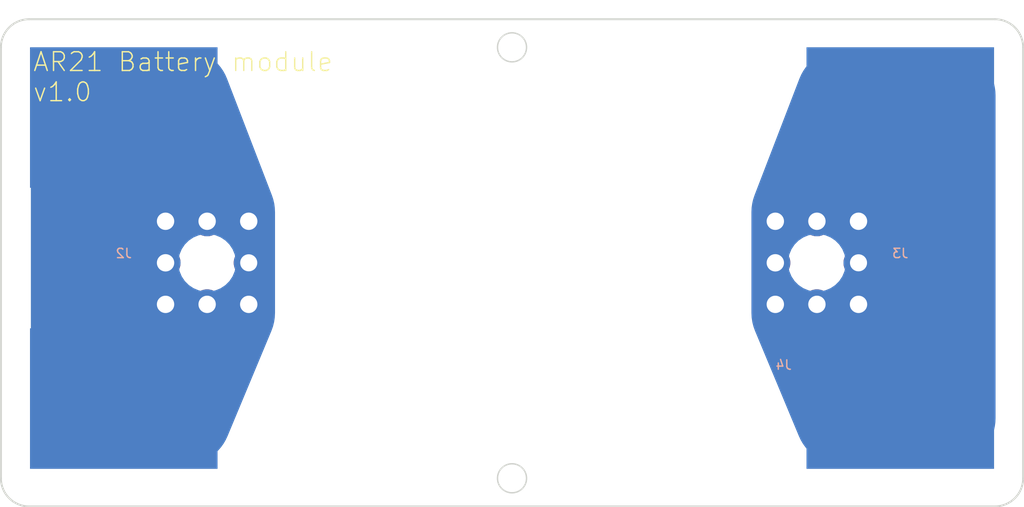
<source format=kicad_pcb>
(kicad_pcb (version 20171130) (host pcbnew "(5.1.6)-1")

  (general
    (thickness 1.6)
    (drawings 25)
    (tracks 0)
    (zones 0)
    (modules 4)
    (nets 3)
  )

  (page A4)
  (layers
    (0 F.Cu signal)
    (31 B.Cu signal)
    (32 B.Adhes user)
    (33 F.Adhes user)
    (34 B.Paste user)
    (35 F.Paste user)
    (36 B.SilkS user)
    (37 F.SilkS user)
    (38 B.Mask user)
    (39 F.Mask user)
    (40 Dwgs.User user)
    (41 Cmts.User user)
    (42 Eco1.User user)
    (43 Eco2.User user)
    (44 Edge.Cuts user)
    (45 Margin user)
    (46 B.CrtYd user)
    (47 F.CrtYd user)
    (48 B.Fab user)
    (49 F.Fab user)
  )

  (setup
    (last_trace_width 1.27)
    (user_trace_width 1.27)
    (trace_clearance 0.2)
    (zone_clearance 0.508)
    (zone_45_only no)
    (trace_min 0.2)
    (via_size 0.8)
    (via_drill 0.4)
    (via_min_size 0.4)
    (via_min_drill 0.3)
    (uvia_size 0.3)
    (uvia_drill 0.1)
    (uvias_allowed no)
    (uvia_min_size 0.2)
    (uvia_min_drill 0.1)
    (edge_width 0.05)
    (segment_width 0.2)
    (pcb_text_width 0.3)
    (pcb_text_size 1.5 1.5)
    (mod_edge_width 0.12)
    (mod_text_size 1 1)
    (mod_text_width 0.15)
    (pad_size 1.524 1.524)
    (pad_drill 0.762)
    (pad_to_mask_clearance 0.05)
    (aux_axis_origin 0 0)
    (grid_origin 172.974 102.108)
    (visible_elements FFFFFF7F)
    (pcbplotparams
      (layerselection 0x010fc_ffffffff)
      (usegerberextensions false)
      (usegerberattributes true)
      (usegerberadvancedattributes true)
      (creategerberjobfile true)
      (excludeedgelayer true)
      (linewidth 0.100000)
      (plotframeref false)
      (viasonmask false)
      (mode 1)
      (useauxorigin false)
      (hpglpennumber 1)
      (hpglpenspeed 20)
      (hpglpendiameter 15.000000)
      (psnegative false)
      (psa4output false)
      (plotreference true)
      (plotvalue true)
      (plotinvisibletext false)
      (padsonsilk false)
      (subtractmaskfromsilk false)
      (outputformat 1)
      (mirror false)
      (drillshape 1)
      (scaleselection 1)
      (outputdirectory ""))
  )

  (net 0 "")
  (net 1 Positive)
  (net 2 Negative)

  (net_class Default "This is the default net class."
    (clearance 0.2)
    (trace_width 0.25)
    (via_dia 0.8)
    (via_drill 0.4)
    (uvia_dia 0.3)
    (uvia_drill 0.1)
    (add_net Negative)
    (add_net Positive)
  )

  (module AR21_Battery_lib:Flat (layer B.Cu) (tedit 5FD6695A) (tstamp 5FD64936)
    (at 99.06 101.6)
    (path /5FD696A0)
    (fp_text reference J2 (at 0 -0.5) (layer B.SilkS)
      (effects (font (size 1 1) (thickness 0.15)) (justify mirror))
    )
    (fp_text value Conn_01x01_Male (at 0 0.5) (layer B.Fab)
      (effects (font (size 1 1) (thickness 0.15)) (justify mirror))
    )
    (pad 1 smd rect (at 0 -15 180) (size 20 15) (layers B.Cu B.Paste B.Mask)
      (net 1 Positive))
    (pad 1 smd rect (at 0 15) (size 20 15) (layers B.Cu B.Paste B.Mask)
      (net 1 Positive))
  )

  (module AR21_Battery_lib:Wurth_74655095R_Screw_Post (layer F.Cu) (tedit 5E323499) (tstamp 5FD65D80)
    (at 103.515 106.543)
    (path /5FD645C9)
    (fp_text reference J1 (at 0.889 6.469) (layer F.Fab)
      (effects (font (size 1 1) (thickness 0.15)))
    )
    (fp_text value Conn_01x01_Female (at 0.889 5.469) (layer F.Fab)
      (effects (font (size 1 1) (thickness 0.15)))
    )
    (fp_line (start 9.435 -9.435) (end -0.565 -9.435) (layer F.CrtYd) (width 0.02))
    (fp_line (start 9.435 -9.435) (end 9.435 0.565) (layer F.CrtYd) (width 0.02))
    (fp_line (start 9.435 0.565) (end -0.565 0.565) (layer F.CrtYd) (width 0.02))
    (fp_line (start -0.565 -9.435) (end -0.565 0.565) (layer F.CrtYd) (width 0.02))
    (pad 1 thru_hole circle (at 0 -8.87) (size 3.2 3.2) (drill 1.85) (layers *.Cu *.Mask)
      (net 1 Positive))
    (pad 1 thru_hole circle (at 4.435 -8.87) (size 3.2 3.2) (drill 1.85) (layers *.Cu *.Mask)
      (net 1 Positive))
    (pad 1 thru_hole circle (at 8.87 -8.87) (size 3.2 3.2) (drill 1.85) (layers *.Cu *.Mask)
      (net 1 Positive))
    (pad 1 thru_hole circle (at 0 -4.435) (size 3.2 3.2) (drill 1.85) (layers *.Cu *.Mask)
      (net 1 Positive))
    (pad "" np_thru_hole circle (at 4.435 -4.435) (size 5.1 5.1) (drill 5.1) (layers *.Cu *.Mask))
    (pad 1 thru_hole circle (at 8.87 -4.435) (size 3.2 3.2) (drill 1.82) (layers *.Cu *.Mask)
      (net 1 Positive))
    (pad 1 thru_hole circle (at 0 0) (size 3.2 3.2) (drill 1.85) (layers *.Cu *.Mask)
      (net 1 Positive))
    (pad 1 thru_hole circle (at 4.435 0) (size 3.2 3.2) (drill 1.85) (layers *.Cu *.Mask)
      (net 1 Positive))
    (pad 1 thru_hole circle (at 8.87 0) (size 3.2 3.2) (drill 1.85) (layers *.Cu *.Mask)
      (net 1 Positive))
    (model "${KIPRJMOD}/3d_objects/Wurth Studd m5.STEP"
      (offset (xyz -0.6 -0.6 4))
      (scale (xyz 1 1 1))
      (rotate (xyz -90 0 0))
    )
  )

  (module AR21_Battery_lib:Flat (layer B.Cu) (tedit 5FD6695A) (tstamp 5FD6612D)
    (at 181.864 101.6)
    (path /5FD6A8C0)
    (fp_text reference J3 (at 0 -0.5) (layer B.SilkS)
      (effects (font (size 1 1) (thickness 0.15)) (justify mirror))
    )
    (fp_text value Conn_01x01_Male (at -7.220601 -26.696199) (layer B.Fab)
      (effects (font (size 1 1) (thickness 0.15)) (justify mirror))
    )
    (pad 1 smd rect (at 0 -15 180) (size 20 15) (layers B.Cu B.Paste B.Mask)
      (net 2 Negative))
    (pad 1 smd rect (at 0 15) (size 20 15) (layers B.Cu B.Paste B.Mask)
      (net 2 Negative))
  )

  (module AR21_Battery_lib:Wurth_74655095R_Screw_Post (layer F.Cu) (tedit 5E323499) (tstamp 5FD65EBC)
    (at 168.539 106.543)
    (path /5FD6774A)
    (fp_text reference J4 (at 0.889 6.469) (layer B.SilkS)
      (effects (font (size 1 1) (thickness 0.15)) (justify mirror))
    )
    (fp_text value Conn_01x01_Female (at 0.889 5.469) (layer F.Fab)
      (effects (font (size 1 1) (thickness 0.15)))
    )
    (fp_line (start -0.565 -9.435) (end -0.565 0.565) (layer F.CrtYd) (width 0.02))
    (fp_line (start 9.435 0.565) (end -0.565 0.565) (layer F.CrtYd) (width 0.02))
    (fp_line (start 9.435 -9.435) (end 9.435 0.565) (layer F.CrtYd) (width 0.02))
    (fp_line (start 9.435 -9.435) (end -0.565 -9.435) (layer F.CrtYd) (width 0.02))
    (pad 1 thru_hole circle (at 8.87 0) (size 3.2 3.2) (drill 1.85) (layers *.Cu *.Mask)
      (net 2 Negative))
    (pad 1 thru_hole circle (at 4.435 0) (size 3.2 3.2) (drill 1.85) (layers *.Cu *.Mask)
      (net 2 Negative))
    (pad 1 thru_hole circle (at 0 0) (size 3.2 3.2) (drill 1.85) (layers *.Cu *.Mask)
      (net 2 Negative))
    (pad 1 thru_hole circle (at 8.87 -4.435) (size 3.2 3.2) (drill 1.82) (layers *.Cu *.Mask)
      (net 2 Negative))
    (pad "" np_thru_hole circle (at 4.435 -4.435) (size 5.1 5.1) (drill 5.1) (layers *.Cu *.Mask))
    (pad 1 thru_hole circle (at 0 -4.435) (size 3.2 3.2) (drill 1.85) (layers *.Cu *.Mask)
      (net 2 Negative))
    (pad 1 thru_hole circle (at 8.87 -8.87) (size 3.2 3.2) (drill 1.85) (layers *.Cu *.Mask)
      (net 2 Negative))
    (pad 1 thru_hole circle (at 4.435 -8.87) (size 3.2 3.2) (drill 1.85) (layers *.Cu *.Mask)
      (net 2 Negative))
    (pad 1 thru_hole circle (at 0 -8.87) (size 3.2 3.2) (drill 1.85) (layers *.Cu *.Mask)
      (net 2 Negative))
    (model "${KIPRJMOD}/3d_objects/Wurth Studd m5.STEP"
      (offset (xyz -0.6 -0.6 4))
      (scale (xyz 1 1 1))
      (rotate (xyz -90 0 0))
    )
  )

  (gr_text "AR21 Battery module\nv1.0" (at 89.281 82.2706) (layer F.SilkS)
    (effects (font (size 2 2) (thickness 0.15)) (justify left))
  )
  (gr_circle (center 140.462 79.108) (end 142.012 79.108) (layer Edge.Cuts) (width 0.15) (tstamp 5FD66F66))
  (gr_circle (center 140.462 125.108) (end 142.012 125.108) (layer Edge.Cuts) (width 0.15) (tstamp 5FD66F62))
  (gr_poly (pts (xy 115.189 95.758) (xy 115.189 108.458) (xy 108.204 124.333) (xy 89.154 124.333) (xy 89.154 79.248) (xy 108.839 79.248)) (layer B.Mask) (width 0.1))
  (gr_poly (pts (xy 192.024 123.698) (xy 172.339 123.698) (xy 165.989 108.458) (xy 165.989 95.758) (xy 172.339 79.248) (xy 192.024 79.248)) (layer B.Mask) (width 0.1))
  (gr_line (start 177.962 97.108) (end 167.962 107.108) (layer Dwgs.User) (width 0.15) (tstamp 5FD65E3F))
  (gr_line (start 167.962 97.108) (end 177.962 107.108) (layer Dwgs.User) (width 0.15) (tstamp 5FD65E99))
  (gr_line (start 112.962 97.108) (end 102.962 107.108) (layer Dwgs.User) (width 0.15) (tstamp 5FD65E1B))
  (gr_line (start 102.962 97.108) (end 112.962 107.108) (layer Dwgs.User) (width 0.15) (tstamp 5FD65E1A))
  (gr_arc (start 88.962 125.108) (end 85.962 125.108) (angle -90) (layer Edge.Cuts) (width 0.2))
  (gr_arc (start 191.962 125.108) (end 191.962 128.108) (angle -90) (layer Edge.Cuts) (width 0.2))
  (gr_arc (start 191.962 79.108) (end 194.962 79.108) (angle -90) (layer Edge.Cuts) (width 0.2))
  (gr_arc (start 88.962 79.108) (end 88.962 76.108) (angle -90) (layer Edge.Cuts) (width 0.2))
  (gr_line (start 191.962 128.108) (end 88.962 128.108) (layer Edge.Cuts) (width 0.2))
  (gr_line (start 194.962 79.108) (end 194.962 125.108) (layer Edge.Cuts) (width 0.2))
  (gr_line (start 88.962 76.108) (end 191.962 76.108) (layer Edge.Cuts) (width 0.2))
  (gr_line (start 85.962 125.108) (end 85.962 79.108) (layer Edge.Cuts) (width 0.2))
  (gr_line (start 102.962 97.108) (end 112.962 97.108) (layer Dwgs.User) (width 0.2))
  (gr_line (start 112.962 97.108) (end 112.962 107.108) (layer Dwgs.User) (width 0.2))
  (gr_line (start 112.962 107.108) (end 102.962 107.108) (layer Dwgs.User) (width 0.2))
  (gr_line (start 102.962 107.108) (end 102.962 97.108) (layer Dwgs.User) (width 0.2))
  (gr_line (start 167.962 97.108) (end 177.962 97.108) (layer Dwgs.User) (width 0.2))
  (gr_line (start 177.962 97.108) (end 177.962 107.108) (layer Dwgs.User) (width 0.2))
  (gr_line (start 177.962 107.108) (end 167.962 107.108) (layer Dwgs.User) (width 0.2))
  (gr_line (start 167.962 107.108) (end 167.962 97.108) (layer Dwgs.User) (width 0.2))

  (zone (net 1) (net_name Positive) (layer B.Cu) (tstamp 5FD67211) (hatch edge 0.508)
    (connect_pads yes (clearance 0.508))
    (min_thickness 0.254)
    (fill yes (arc_segments 32) (thermal_gap 0.508) (thermal_bridge_width 0.508) (smoothing fillet) (radius 5))
    (polygon
      (pts
        (xy 115.189 95.758) (xy 115.189 108.458) (xy 108.839 123.698) (xy 89.154 123.698) (xy 89.154 79.248)
        (xy 108.839 79.248)
      )
    )
    (filled_polygon
      (pts
        (xy 105.855524 79.396007) (xy 106.302177 79.45844) (xy 106.741149 79.561901) (xy 107.168675 79.705504) (xy 107.581089 79.888017)
        (xy 107.974876 80.107884) (xy 108.346638 80.36321) (xy 108.693202 80.651814) (xy 109.011604 80.971226) (xy 109.299104 81.318702)
        (xy 109.553253 81.691276) (xy 109.771865 82.085748) (xy 109.954253 82.501438) (xy 114.736145 94.934357) (xy 114.878265 95.361391)
        (xy 114.979979 95.796814) (xy 115.041352 96.239722) (xy 115.062 96.689297) (xy 115.062 107.454873) (xy 115.038132 107.938153)
        (xy 114.967218 108.41364) (xy 114.849796 108.879828) (xy 114.685946 109.33513) (xy 110.004922 120.569586) (xy 109.815997 120.970864)
        (xy 109.593048 121.350956) (xy 109.336665 121.709365) (xy 109.048962 122.043134) (xy 108.732282 122.34955) (xy 108.389208 122.62611)
        (xy 108.02256 122.870543) (xy 107.635331 123.080852) (xy 107.23067 123.255327) (xy 106.811924 123.392525) (xy 106.382489 123.491333)
        (xy 105.94587 123.550946) (xy 105.502797 123.571) (xy 94.156769 123.571) (xy 93.729308 123.552336) (xy 93.307832 123.496849)
        (xy 92.892802 123.404838) (xy 92.48738 123.277009) (xy 92.094625 123.114325) (xy 91.717566 122.91804) (xy 91.359032 122.689629)
        (xy 91.02177 122.430839) (xy 90.708354 122.143646) (xy 90.421161 121.83023) (xy 90.162371 121.492968) (xy 89.93396 121.134434)
        (xy 89.737675 120.757375) (xy 89.574991 120.36462) (xy 89.447162 119.959198) (xy 89.355151 119.544168) (xy 89.299664 119.122692)
        (xy 89.281 118.695231) (xy 89.281 101.794305) (xy 104.765 101.794305) (xy 104.765 102.421695) (xy 104.887398 103.03703)
        (xy 105.127489 103.616663) (xy 105.476049 104.138319) (xy 105.919681 104.581951) (xy 106.441337 104.930511) (xy 107.02097 105.170602)
        (xy 107.636305 105.293) (xy 108.263695 105.293) (xy 108.87903 105.170602) (xy 109.458663 104.930511) (xy 109.980319 104.581951)
        (xy 110.423951 104.138319) (xy 110.772511 103.616663) (xy 111.012602 103.03703) (xy 111.135 102.421695) (xy 111.135 101.794305)
        (xy 111.012602 101.17897) (xy 110.772511 100.599337) (xy 110.423951 100.077681) (xy 109.980319 99.634049) (xy 109.458663 99.285489)
        (xy 108.87903 99.045398) (xy 108.263695 98.923) (xy 107.636305 98.923) (xy 107.02097 99.045398) (xy 106.441337 99.285489)
        (xy 105.919681 99.634049) (xy 105.476049 100.077681) (xy 105.127489 100.599337) (xy 104.887398 101.17897) (xy 104.765 101.794305)
        (xy 89.281 101.794305) (xy 89.281 84.250769) (xy 89.299664 83.823308) (xy 89.355151 83.401832) (xy 89.447162 82.986802)
        (xy 89.574991 82.58138) (xy 89.737675 82.188625) (xy 89.93396 81.811566) (xy 90.162371 81.453032) (xy 90.421161 81.11577)
        (xy 90.708354 80.802354) (xy 91.02177 80.515161) (xy 91.359032 80.256371) (xy 91.717566 80.02796) (xy 92.094625 79.831675)
        (xy 92.48738 79.668991) (xy 92.892802 79.541162) (xy 93.307832 79.449151) (xy 93.729308 79.393664) (xy 94.156769 79.375)
        (xy 105.402064 79.375)
      )
    )
  )
  (zone (net 2) (net_name Negative) (layer B.Cu) (tstamp 5FD6720E) (hatch edge 0.508)
    (connect_pads yes (clearance 0.508))
    (min_thickness 0.254)
    (fill yes (arc_segments 32) (thermal_gap 0.508) (thermal_bridge_width 0.508) (smoothing fillet) (radius 5))
    (polygon
      (pts
        (xy 192.024 123.698) (xy 172.339 123.698) (xy 165.989 108.458) (xy 165.989 95.758) (xy 172.339 79.248)
        (xy 192.024 79.248)
      )
    )
    (filled_polygon
      (pts
        (xy 187.448692 79.393664) (xy 187.870168 79.449151) (xy 188.285198 79.541162) (xy 188.69062 79.668991) (xy 189.083375 79.831675)
        (xy 189.460434 80.02796) (xy 189.818968 80.256371) (xy 190.15623 80.515161) (xy 190.469646 80.802354) (xy 190.756839 81.11577)
        (xy 191.015629 81.453032) (xy 191.24404 81.811566) (xy 191.440325 82.188625) (xy 191.603009 82.58138) (xy 191.730838 82.986802)
        (xy 191.822849 83.401832) (xy 191.878336 83.823308) (xy 191.897 84.250769) (xy 191.897 118.695231) (xy 191.878336 119.122692)
        (xy 191.822849 119.544168) (xy 191.730838 119.959198) (xy 191.603009 120.36462) (xy 191.440325 120.757375) (xy 191.24404 121.134434)
        (xy 191.015629 121.492968) (xy 190.756839 121.83023) (xy 190.469646 122.143646) (xy 190.15623 122.430839) (xy 189.818968 122.689629)
        (xy 189.460434 122.91804) (xy 189.083375 123.114325) (xy 188.69062 123.277009) (xy 188.285198 123.404838) (xy 187.870168 123.496849)
        (xy 187.448692 123.552336) (xy 187.021231 123.571) (xy 175.675203 123.571) (xy 175.23213 123.550946) (xy 174.795511 123.491333)
        (xy 174.366076 123.392525) (xy 173.94733 123.255327) (xy 173.542669 123.080852) (xy 173.15544 122.870543) (xy 172.788792 122.62611)
        (xy 172.445718 122.34955) (xy 172.129038 122.043134) (xy 171.841335 121.709365) (xy 171.584952 121.350956) (xy 171.362003 120.970864)
        (xy 171.173078 120.569586) (xy 166.492054 109.33513) (xy 166.328204 108.879828) (xy 166.210782 108.41364) (xy 166.139868 107.938153)
        (xy 166.116 107.454873) (xy 166.116 101.794305) (xy 169.789 101.794305) (xy 169.789 102.421695) (xy 169.911398 103.03703)
        (xy 170.151489 103.616663) (xy 170.500049 104.138319) (xy 170.943681 104.581951) (xy 171.465337 104.930511) (xy 172.04497 105.170602)
        (xy 172.660305 105.293) (xy 173.287695 105.293) (xy 173.90303 105.170602) (xy 174.482663 104.930511) (xy 175.004319 104.581951)
        (xy 175.447951 104.138319) (xy 175.796511 103.616663) (xy 176.036602 103.03703) (xy 176.159 102.421695) (xy 176.159 101.794305)
        (xy 176.036602 101.17897) (xy 175.796511 100.599337) (xy 175.447951 100.077681) (xy 175.004319 99.634049) (xy 174.482663 99.285489)
        (xy 173.90303 99.045398) (xy 173.287695 98.923) (xy 172.660305 98.923) (xy 172.04497 99.045398) (xy 171.465337 99.285489)
        (xy 170.943681 99.634049) (xy 170.500049 100.077681) (xy 170.151489 100.599337) (xy 169.911398 101.17897) (xy 169.789 101.794305)
        (xy 166.116 101.794305) (xy 166.116 96.689297) (xy 166.136648 96.239722) (xy 166.198021 95.796814) (xy 166.299735 95.361391)
        (xy 166.441855 94.934357) (xy 171.223747 82.501438) (xy 171.406135 82.085748) (xy 171.624747 81.691276) (xy 171.878896 81.318702)
        (xy 172.166396 80.971226) (xy 172.484798 80.651814) (xy 172.831362 80.36321) (xy 173.203124 80.107884) (xy 173.596911 79.888017)
        (xy 174.009325 79.705504) (xy 174.436851 79.561901) (xy 174.875823 79.45844) (xy 175.322476 79.396007) (xy 175.775936 79.375)
        (xy 187.021231 79.375)
      )
    )
  )
)

</source>
